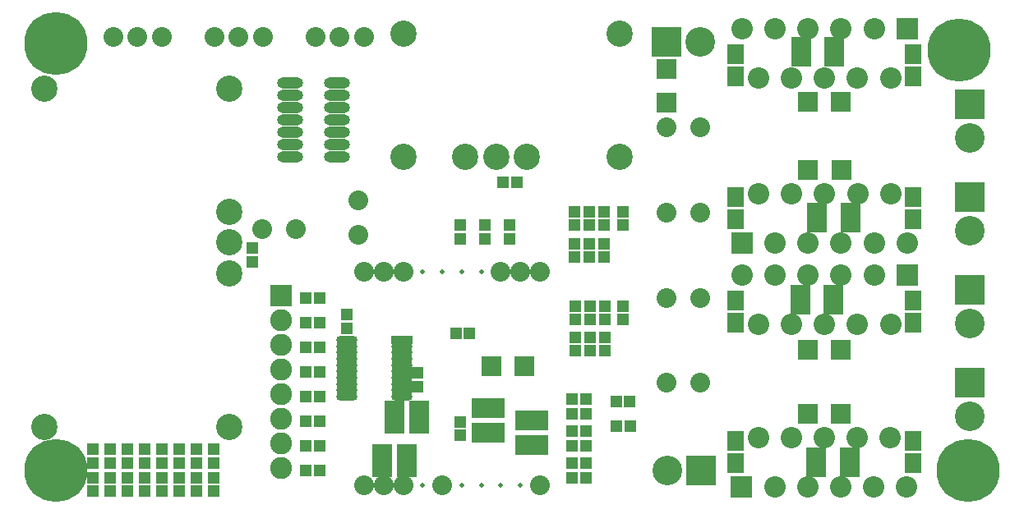
<source format=gbs>
%FSAX25Y25*%
%MOIN*%
G70*
G01*
G75*
G04 Layer_Color=16711935*
%ADD10O,0.06890X0.02165*%
%ADD11O,0.02165X0.06890*%
%ADD12R,0.03740X0.07480*%
%ADD13R,0.21654X0.27165*%
%ADD14R,0.11811X0.05906*%
%ADD15R,0.11811X0.05906*%
%ADD16R,0.02992X0.04921*%
%ADD17O,0.08661X0.02362*%
%ADD18R,0.12500X0.06000*%
%ADD19R,0.10000X0.06000*%
%ADD20R,0.03000X0.03000*%
%ADD21R,0.03000X0.03000*%
%ADD22R,0.05906X0.11811*%
%ADD23R,0.05906X0.11811*%
%ADD24R,0.06000X0.06000*%
%ADD25R,0.06000X0.12500*%
%ADD26C,0.03500*%
%ADD27C,0.01200*%
%ADD28C,0.01500*%
%ADD29C,0.05000*%
%ADD30C,0.08000*%
%ADD31C,0.06000*%
%ADD32C,0.08661*%
%ADD33R,0.10000X0.10000*%
%ADD34C,0.10000*%
%ADD35C,0.06693*%
%ADD36R,0.06693X0.06693*%
%ADD37C,0.06890*%
%ADD38R,0.06890X0.06890*%
%ADD39R,0.10000X0.10000*%
%ADD40C,0.23622*%
%ADD41C,0.03200*%
%ADD42O,0.06693X0.01378*%
%ADD43R,0.06693X0.01378*%
%ADD44R,0.06000X0.06000*%
%ADD45R,0.05000X0.06000*%
%ADD46R,0.06000X0.10000*%
%ADD47C,0.00984*%
%ADD48C,0.02362*%
%ADD49C,0.01000*%
%ADD50C,0.02000*%
%ADD51C,0.00787*%
%ADD52C,0.00500*%
%ADD53R,0.18800X0.24800*%
%ADD54O,0.08890X0.04165*%
%ADD55O,0.04165X0.08890*%
%ADD56R,0.05740X0.09480*%
%ADD57R,0.23654X0.29165*%
%ADD58R,0.13811X0.07906*%
%ADD59R,0.13811X0.07906*%
%ADD60R,0.04992X0.06921*%
%ADD61O,0.10661X0.04362*%
%ADD62R,0.14500X0.08000*%
%ADD63R,0.12000X0.08000*%
%ADD64R,0.05000X0.05000*%
%ADD65R,0.05000X0.05000*%
%ADD66R,0.07906X0.13811*%
%ADD67R,0.07906X0.13811*%
%ADD68R,0.08000X0.08000*%
%ADD69R,0.08000X0.14500*%
%ADD70C,0.08000*%
%ADD71C,0.02000*%
%ADD72C,0.10661*%
%ADD73R,0.12000X0.12000*%
%ADD74C,0.12000*%
%ADD75C,0.08693*%
%ADD76R,0.08693X0.08693*%
%ADD77C,0.08890*%
%ADD78R,0.08890X0.08890*%
%ADD79R,0.12000X0.12000*%
%ADD80C,0.25622*%
%ADD81O,0.08693X0.03378*%
%ADD82R,0.08693X0.03378*%
%ADD83R,0.08000X0.08000*%
%ADD84R,0.07000X0.08000*%
%ADD85R,0.08000X0.12000*%
D58*
X0204758Y-0174700D02*
D03*
Y-0164700D02*
D03*
D59*
X0187042Y-0169700D02*
D03*
Y-0159700D02*
D03*
D61*
X0106751Y-0057900D02*
D03*
Y-0052900D02*
D03*
Y-0047900D02*
D03*
Y-0042900D02*
D03*
Y-0037900D02*
D03*
Y-0032900D02*
D03*
Y-0027900D02*
D03*
X0125649Y-0057900D02*
D03*
Y-0052900D02*
D03*
Y-0047900D02*
D03*
Y-0042900D02*
D03*
Y-0037900D02*
D03*
Y-0032900D02*
D03*
Y-0027900D02*
D03*
D64*
X0113250Y-0185000D02*
D03*
X0118750D02*
D03*
X0244450Y-0157000D02*
D03*
X0238950D02*
D03*
X0244650Y-0167000D02*
D03*
X0239150D02*
D03*
X0221250Y-0188000D02*
D03*
X0226750D02*
D03*
X0221250Y-0182000D02*
D03*
X0226750D02*
D03*
X0221250Y-0175000D02*
D03*
X0226750D02*
D03*
X0221250Y-0169000D02*
D03*
X0226750D02*
D03*
X0221250Y-0162000D02*
D03*
X0226750D02*
D03*
X0221250Y-0156000D02*
D03*
X0226750D02*
D03*
X0198750Y-0068200D02*
D03*
X0193250D02*
D03*
X0174050Y-0129600D02*
D03*
X0179550D02*
D03*
X0113250Y-0115000D02*
D03*
X0118750D02*
D03*
X0113250Y-0125000D02*
D03*
X0118750D02*
D03*
X0113250Y-0135000D02*
D03*
X0118750D02*
D03*
X0113250Y-0145000D02*
D03*
X0118750D02*
D03*
X0113250Y-0155000D02*
D03*
X0118750D02*
D03*
X0113250Y-0165000D02*
D03*
X0118750D02*
D03*
X0113250Y-0175000D02*
D03*
X0118750D02*
D03*
D65*
X0129800Y-0121950D02*
D03*
Y-0127450D02*
D03*
X0158300Y-0145650D02*
D03*
Y-0151150D02*
D03*
X0234300Y-0136550D02*
D03*
Y-0131050D02*
D03*
X0234200Y-0098550D02*
D03*
Y-0093050D02*
D03*
X0228300Y-0131050D02*
D03*
Y-0136550D02*
D03*
X0228200Y-0093050D02*
D03*
Y-0098550D02*
D03*
X0222300Y-0136550D02*
D03*
Y-0131050D02*
D03*
X0222200Y-0098550D02*
D03*
Y-0093050D02*
D03*
X0234300Y-0118350D02*
D03*
Y-0123850D02*
D03*
X0234200Y-0080150D02*
D03*
Y-0085650D02*
D03*
X0228300Y-0123850D02*
D03*
Y-0118350D02*
D03*
X0228200Y-0085650D02*
D03*
Y-0080150D02*
D03*
X0222300Y-0118350D02*
D03*
Y-0123850D02*
D03*
X0222200Y-0080150D02*
D03*
Y-0085650D02*
D03*
X0091500Y-0100450D02*
D03*
Y-0094950D02*
D03*
X0175900Y-0085650D02*
D03*
Y-0091150D02*
D03*
X0185900Y-0085650D02*
D03*
Y-0091150D02*
D03*
X0241800Y-0123850D02*
D03*
Y-0118350D02*
D03*
Y-0085650D02*
D03*
Y-0080150D02*
D03*
X0195900Y-0085650D02*
D03*
Y-0091150D02*
D03*
X0175700Y-0170850D02*
D03*
Y-0165350D02*
D03*
X0026800Y-0182050D02*
D03*
Y-0176550D02*
D03*
X0033800Y-0182050D02*
D03*
Y-0176550D02*
D03*
X0040800Y-0182050D02*
D03*
Y-0176550D02*
D03*
X0047800Y-0182050D02*
D03*
Y-0176550D02*
D03*
X0054800Y-0182050D02*
D03*
Y-0176550D02*
D03*
X0061800Y-0182050D02*
D03*
Y-0176550D02*
D03*
X0068800Y-0182050D02*
D03*
Y-0176550D02*
D03*
X0075800Y-0182050D02*
D03*
Y-0176550D02*
D03*
X0026800Y-0193550D02*
D03*
Y-0188050D02*
D03*
X0033800Y-0193550D02*
D03*
Y-0188050D02*
D03*
X0040800Y-0193550D02*
D03*
Y-0188050D02*
D03*
X0047800Y-0193550D02*
D03*
Y-0188050D02*
D03*
X0054800Y-0193550D02*
D03*
Y-0188050D02*
D03*
X0061800Y-0193550D02*
D03*
Y-0188050D02*
D03*
X0068800Y-0193550D02*
D03*
Y-0188050D02*
D03*
X0075800Y-0193550D02*
D03*
Y-0188050D02*
D03*
D66*
X0149200Y-0163442D02*
D03*
X0159200D02*
D03*
D67*
X0144200Y-0181158D02*
D03*
X0154200D02*
D03*
D68*
X0259500Y-0022250D02*
D03*
Y-0035750D02*
D03*
D70*
X0208000Y-0104400D02*
D03*
X0168500Y-0191000D02*
D03*
X0152700D02*
D03*
X0144800D02*
D03*
X0136900D02*
D03*
Y-0104400D02*
D03*
X0144800D02*
D03*
X0152700D02*
D03*
X0192200D02*
D03*
X0200100D02*
D03*
X0208000Y-0191000D02*
D03*
X0054685Y-0009000D02*
D03*
X0044842D02*
D03*
X0035000D02*
D03*
X0109190Y-0087300D02*
D03*
X0095410D02*
D03*
X0095685Y-0009000D02*
D03*
X0085843D02*
D03*
X0076000D02*
D03*
X0136685D02*
D03*
X0126842D02*
D03*
X0117000D02*
D03*
X0273190Y-0045800D02*
D03*
X0259410D02*
D03*
X0273190Y-0080400D02*
D03*
X0259410D02*
D03*
X0273190Y-0115000D02*
D03*
X0259410D02*
D03*
X0273190Y-0149600D02*
D03*
X0259410D02*
D03*
X0134600Y-0089390D02*
D03*
Y-0075610D02*
D03*
D71*
X0200100Y-0191000D02*
D03*
X0192200D02*
D03*
X0184300D02*
D03*
X0176400D02*
D03*
X0160600D02*
D03*
Y-0104400D02*
D03*
X0168500D02*
D03*
X0176400D02*
D03*
X0184300D02*
D03*
D72*
X0082200Y-0092500D02*
D03*
X0007200Y-0030000D02*
D03*
Y-0167500D02*
D03*
X0082200D02*
D03*
Y-0105000D02*
D03*
Y-0080000D02*
D03*
Y-0030000D02*
D03*
X0190300Y-0057700D02*
D03*
X0240300Y-0007700D02*
D03*
X0152800D02*
D03*
Y-0057700D02*
D03*
X0177800D02*
D03*
X0202800D02*
D03*
X0240300D02*
D03*
D73*
X0273400Y-0185300D02*
D03*
X0259400Y-0011300D02*
D03*
D74*
X0259620Y-0185300D02*
D03*
X0382400Y-0050180D02*
D03*
Y-0087846D02*
D03*
Y-0125513D02*
D03*
Y-0163180D02*
D03*
X0273180Y-0011300D02*
D03*
D75*
X0330093Y-0191876D02*
D03*
X0323400Y-0171876D02*
D03*
X0316707Y-0191876D02*
D03*
X0310014Y-0171876D02*
D03*
X0303321Y-0191876D02*
D03*
X0296628Y-0171876D02*
D03*
X0356864Y-0191876D02*
D03*
X0350171Y-0171876D02*
D03*
X0343479Y-0191876D02*
D03*
X0336786Y-0171876D02*
D03*
X0316833Y-0005985D02*
D03*
X0323526Y-0025985D02*
D03*
X0330219Y-0005985D02*
D03*
X0336912Y-0025985D02*
D03*
X0343605Y-0005985D02*
D03*
X0350297Y-0025985D02*
D03*
X0290061Y-0005985D02*
D03*
X0296754Y-0025985D02*
D03*
X0303447Y-0005985D02*
D03*
X0310140Y-0025985D02*
D03*
X0330267Y-0092900D02*
D03*
X0323574Y-0072900D02*
D03*
X0316881Y-0092900D02*
D03*
X0310188Y-0072900D02*
D03*
X0303495Y-0092900D02*
D03*
X0296802Y-0072900D02*
D03*
X0357039Y-0092900D02*
D03*
X0350346Y-0072900D02*
D03*
X0343653Y-0092900D02*
D03*
X0336960Y-0072900D02*
D03*
X0316833Y-0105985D02*
D03*
X0323526Y-0125985D02*
D03*
X0330219Y-0105985D02*
D03*
X0336912Y-0125985D02*
D03*
X0343605Y-0105985D02*
D03*
X0350297Y-0125985D02*
D03*
X0290061Y-0105985D02*
D03*
X0296754Y-0125985D02*
D03*
X0303447Y-0105985D02*
D03*
X0310140Y-0125985D02*
D03*
D76*
X0289935Y-0191876D02*
D03*
X0356990Y-0005985D02*
D03*
X0290109Y-0092900D02*
D03*
X0356990Y-0105985D02*
D03*
D77*
X0103000Y-0174000D02*
D03*
Y-0164000D02*
D03*
Y-0154000D02*
D03*
Y-0144000D02*
D03*
Y-0134000D02*
D03*
Y-0124000D02*
D03*
Y-0184000D02*
D03*
D78*
Y-0114000D02*
D03*
D79*
X0382400Y-0036400D02*
D03*
Y-0074067D02*
D03*
Y-0111733D02*
D03*
Y-0149400D02*
D03*
D80*
X0011811Y-0011811D02*
D03*
X0378100Y-0014500D02*
D03*
X0381890Y-0185039D02*
D03*
X0011811D02*
D03*
D81*
X0129780Y-0155216D02*
D03*
Y-0152657D02*
D03*
Y-0150098D02*
D03*
Y-0147539D02*
D03*
Y-0144980D02*
D03*
Y-0142420D02*
D03*
Y-0139861D02*
D03*
Y-0137302D02*
D03*
Y-0134743D02*
D03*
Y-0132184D02*
D03*
X0152220Y-0155216D02*
D03*
Y-0152657D02*
D03*
Y-0150098D02*
D03*
Y-0147539D02*
D03*
Y-0144980D02*
D03*
Y-0142420D02*
D03*
Y-0139861D02*
D03*
Y-0137302D02*
D03*
Y-0134743D02*
D03*
D82*
Y-0132184D02*
D03*
D83*
X0188350Y-0142800D02*
D03*
X0201850D02*
D03*
X0316750Y-0035600D02*
D03*
X0330250D02*
D03*
X0330350Y-0063200D02*
D03*
X0316850D02*
D03*
X0316750Y-0136000D02*
D03*
X0330250D02*
D03*
X0330150Y-0162100D02*
D03*
X0316650D02*
D03*
D84*
X0359500Y-0182200D02*
D03*
Y-0173200D02*
D03*
Y-0016200D02*
D03*
Y-0025200D02*
D03*
X0287500Y-0083200D02*
D03*
Y-0074200D02*
D03*
X0359500Y-0116200D02*
D03*
Y-0125200D02*
D03*
X0287500Y-0182200D02*
D03*
Y-0173200D02*
D03*
Y-0016200D02*
D03*
Y-0025200D02*
D03*
X0359500Y-0083200D02*
D03*
Y-0074200D02*
D03*
X0287500Y-0116200D02*
D03*
Y-0125200D02*
D03*
D85*
X0327550Y-0015300D02*
D03*
X0314050D02*
D03*
X0320550Y-0082600D02*
D03*
X0334050D02*
D03*
X0327250Y-0115800D02*
D03*
X0313750D02*
D03*
X0320250Y-0181700D02*
D03*
X0333750D02*
D03*
M02*

</source>
